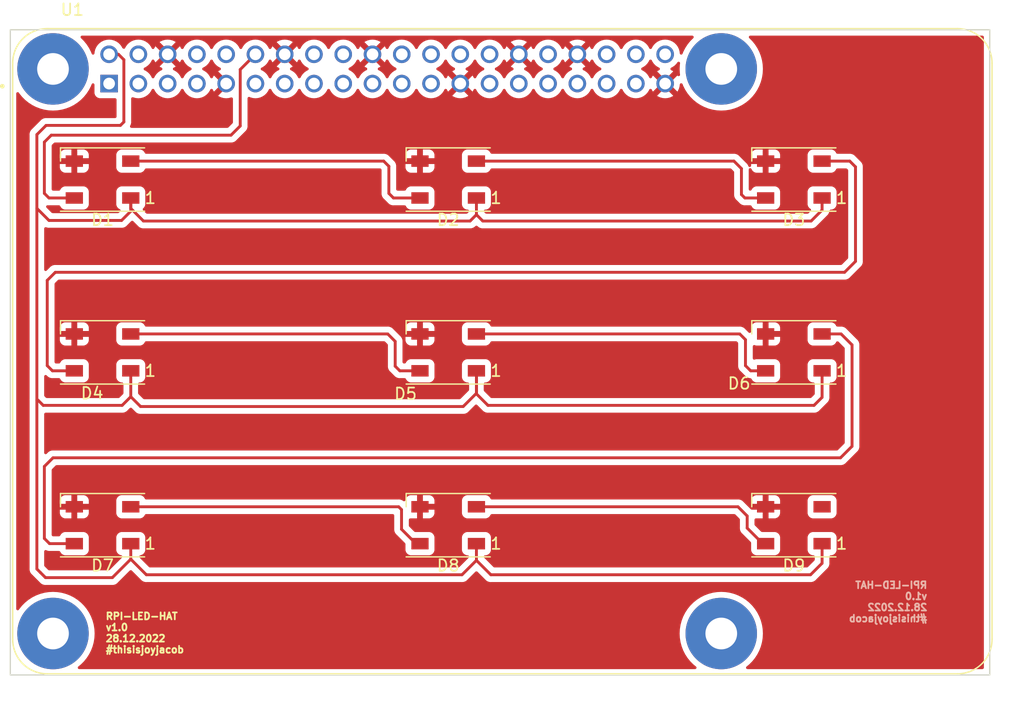
<source format=kicad_pcb>
(kicad_pcb (version 20211014) (generator pcbnew)
  (layers (0 "F.Cu" signal) (31 "B.Cu" signal) (34 "B.Paste" user) (35 "F.Paste" user) (36 "B.SilkS" user "B.Silkscreen") (37 "F.SilkS" user "F.Silkscreen") (38 "B.Mask" user) (39 "F.Mask" user) (44 "Edge.Cuts" user))
  (net 0 "")
  (net 1 "Net-(D1-Pad2)")
  (net 2 "/RGB")
  (net 3 "Net-(D2-Pad2)")
  (net 4 "Net-(D3-Pad2)")
  (net 5 "Net-(D7-Pad2)")
  (net 34 "Net-(U1-PadS1)")
  (net 35 "Net-(D8-Pad2)")
  (net 36 "/GND")
  (net 37 "/3v3")
  (net 38 "Net-(D4-Pad2)")
  (net 39 "Net-(D6-Pad2)")
  (net 40 "Net-(D5-Pad2)")
  (net 41 "Net-(U1-Pad1)")
  (footprint "LED_SMD:LED_WS2812B_PLCC4_5.0x5.0mm_P3.2mm" (layer "F.Cu") (at 108 63 180)
    (fp_text reference "D1" (at 0 -3.5) (layer "F.SilkS"))
    (fp_text value "WS2812B")
    (fp_text user "1" (at -4.15 -1.6) (layer "F.SilkS"))
    (fp_line (start -3.65 2.75) (end 3.65 2.75) (layer "F.SilkS") (width 0.12))
    (fp_line (start -3.65 -2.75) (end 3.65 -2.75) (layer "F.SilkS") (width 0.12))
    (fp_line (start 3.65 2.75) (end 3.65 1.6) (layer "F.SilkS") (width 0.12))
    (pad "1" smd rect (at -2.45 -1.6 180) (size 1.5 1) (layers "F.Cu" "F.Paste" "F.Mask") (net 37 "/3v3"))
    (pad "2" smd rect (at -2.45 1.6 180) (size 1.5 1) (layers "F.Cu" "F.Paste" "F.Mask") (net 1 "Net-(D1-Pad2)"))
    (pad "3" smd rect (at 2.45 1.6 180) (size 1.5 1) (layers "F.Cu" "F.Paste" "F.Mask") (net 36 "/GND"))
    (pad "4" smd rect (at 2.45 -1.6 180) (size 1.5 1) (layers "F.Cu" "F.Paste" "F.Mask") (net 2 "/RGB"))
  )
  (footprint "LED_SMD:LED_WS2812B_PLCC4_5.0x5.0mm_P3.2mm" (layer "F.Cu") (at 138 78 180)
    (fp_text reference "D5" (at 3.7 -3.6) (layer "F.SilkS"))
    (fp_text value "WS2812B")
    (fp_text user "1" (at -4.15 -1.6) (layer "F.SilkS"))
    (fp_line (start 3.65 2.75) (end 3.65 1.6) (layer "F.SilkS") (width 0.12))
    (fp_line (start -3.65 2.75) (end 3.65 2.75) (layer "F.SilkS") (width 0.12))
    (fp_line (start -3.65 -2.75) (end 3.65 -2.75) (layer "F.SilkS") (width 0.12))
    (pad "1" smd rect (at -2.45 -1.6 180) (size 1.5 1) (layers "F.Cu" "F.Paste" "F.Mask") (net 37 "/3v3"))
    (pad "2" smd rect (at -2.45 1.6 180) (size 1.5 1) (layers "F.Cu" "F.Paste" "F.Mask") (net 40 "Net-(D5-Pad2)"))
    (pad "3" smd rect (at 2.45 1.6 180) (size 1.5 1) (layers "F.Cu" "F.Paste" "F.Mask") (net 36 "/GND"))
    (pad "4" smd rect (at 2.45 -1.6 180) (size 1.5 1) (layers "F.Cu" "F.Paste" "F.Mask") (net 38 "Net-(D4-Pad2)"))
  )
  (footprint "MODULE_RASPBERRY_PI_3_MODEL_B+:MODULE_RASPBERRY_PI_3_MODEL_B+" (layer "F.Cu") (at 142.7 77.9)
    (fp_text reference "U1" (at -37.325 -29.635) (layer "F.SilkS"))
    (fp_text value "RASPBERRY_PI_3_MODEL_B+")
    (fp_line (start -39.5 28) (end 39.5 28) (layer "F.SilkS") (width 0.127))
    (fp_line (start -42.5 -25) (end -42.5 25) (layer "F.SilkS") (width 0.127))
    (fp_line (start 39.5 -28) (end -39.5 -28) (layer "F.SilkS") (width 0.127))
    (fp_line (start 42.5 25) (end 42.5 -25) (layer "F.SilkS") (width 0.127))
    (fp_arc (start 42.5 25) (mid 41.62132 27.12132) (end 39.5 28) (layer "F.SilkS") (width 0.127))
    (fp_arc (start -39.5 28) (mid -41.62132 27.12132) (end -42.5 25) (layer "F.SilkS") (width 0.127))
    (fp_arc (start 39.5 -28) (mid 41.62132 -27.12132) (end 42.5 -25) (layer "F.SilkS") (width 0.127))
    (fp_arc (start -42.5 -25) (mid -41.62132 -27.12132) (end -39.5 -28) (layer "F.SilkS") (width 0.127))
    (fp_circle (center -43.4 -23) (end -43.3 -23) (layer "F.SilkS") (width 0.2) (fill none))
    (pad "1" thru_hole rect locked (at -34.13 -23.23) (size 1.524 1.524) (drill 1.016) (layers *.Cu *.Mask) (net 41 "Net-(U1-Pad1)"))
    (pad "2" thru_hole circle locked (at -34.13 -25.77) (size 1.524 1.524) (drill 1.016) (layers *.Cu *.Mask) (net 37 "/3v3"))
    (pad "3" thru_hole circle locked (at -31.59 -23.23) (size 1.524 1.524) (drill 1.016) (layers *.Cu *.Mask))
    (pad "4" thru_hole circle locked (at -31.59 -25.77) (size 1.524 1.524) (drill 1.016) (layers *.Cu *.Mask) (net 37 "/3v3"))
    (pad "5" thru_hole circle locked (at -29.05 -23.23) (size 1.524 1.524) (drill 1.016) (layers *.Cu *.Mask))
    (pad "6" thru_hole circle locked (at -29.05 -25.77) (size 1.524 1.524) (drill 1.016) (layers *.Cu *.Mask) (net 36 "/GND"))
    (pad "7" thru_hole circle locked (at -26.51 -23.23) (size 1.524 1.524) (drill 1.016) (layers *.Cu *.Mask))
    (pad "8" thru_hole circle locked (at -26.51 -25.77) (size 1.524 1.524) (drill 1.016) (layers *.Cu *.Mask))
    (pad "9" thru_hole circle locked (at -23.97 -23.23) (size 1.524 1.524) (drill 1.016) (layers *.Cu *.Mask) (net 36 "/GND"))
    (pad "10" thru_hole circle locked (at -23.97 -25.77) (size 1.524 1.524) (drill 1.016) (layers *.Cu *.Mask))
    (pad "11" thru_hole circle locked (at -21.43 -23.23) (size 1.524 1.524) (drill 1.016) (layers *.Cu *.Mask))
    (pad "12" thru_hole circle locked (at -21.43 -25.77) (size 1.524 1.524) (drill 1.016) (layers *.Cu *.Mask) (net 2 "/RGB"))
    (pad "13" thru_hole circle locked (at -18.89 -23.23) (size 1.524 1.524) (drill 1.016) (layers *.Cu *.Mask))
    (pad "14" thru_hole circle locked (at -18.89 -25.77) (size 1.524 1.524) (drill 1.016) (layers *.Cu *.Mask) (net 36 "/GND"))
    (pad "15" thru_hole circle locked (at -16.35 -23.23) (size 1.524 1.524) (drill 1.016) (layers *.Cu *.Mask))
    (pad "16" thru_hole circle locked (at -16.35 -25.77) (size 1.524 1.524) (drill 1.016) (layers *.Cu *.Mask))
    (pad "17" thru_hole circle locked (at -13.81 -23.23) (size 1.524 1.524) (drill 1.016) (layers *.Cu *.Mask) (net 41 "Net-(U1-Pad1)"))
    (pad "18" thru_hole circle locked (at -13.81 -25.77) (size 1.524 1.524) (drill 1.016) (layers *.Cu *.Mask))
    (pad "19" thru_hole circle locked (at -11.27 -23.23) (size 1.524 1.524) (drill 1.016) (layers *.Cu *.Mask))
    (pad "20" thru_hole circle locked (at -11.27 -25.77) (size 1.524 1.524) (drill 1.016) (layers *.Cu *.Mask) (net 36 "/GND"))
    (pad "21" thru_hole circle locked (at -8.73 -23.23) (size 1.524 1.524) (drill 1.016) (layers *.Cu *.Mask))
    (pad "22" thru_hole circle locked (at -8.73 -25.77) (size 1.524 1.524) (drill 1.016) (layers *.Cu *.Mask))
    (pad "23" thru_hole circle locked (at -6.19 -23.23) (size 1.524 1.524) (drill 1.016) (layers *.Cu *.Mask))
    (pad "24" thru_hole circle locked (at -6.19 -25.77) (size 1.524 1.524) (drill 1.016) (layers *.Cu *.Mask))
    (pad "25" thru_hole circle locked (at -3.65 -23.23) (size 1.524 1.524) (drill 1.016) (layers *.Cu *.Mask) (net 36 "/GND"))
    (pad "26" thru_hole circle locked (at -3.65 -25.77) (size 1.524 1.524) (drill 1.016) (layers *.Cu *.Mask))
    (pad "27" thru_hole circle locked (at -1.11 -23.23) (size 1.524 1.524) (drill 1.016) (layers *.Cu *.Mask))
    (pad "28" thru_hole circle locked (at -1.11 -25.77) (size 1.524 1.524) (drill 1.016) (layers *.Cu *.Mask))
    (pad "29" thru_hole circle locked (at 1.43 -23.23) (size 1.524 1.524) (drill 1.016) (layers *.Cu *.Mask))
    (pad "30" thru_hole circle locked (at 1.43 -25.77) (size 1.524 1.524) (drill 1.016) (layers *.Cu *.Mask) (net 36 "/GND"))
    (pad "31" thru_hole circle locked (at 3.97 -23.23) (size 1.524 1.524) (drill 1.016) (layers *.Cu *.Mask))
    (pad "32" thru_hole circle locked (at 3.97 -25.77) (size 1.524 1.524) (drill 1.016) (layers *.Cu *.Mask))
    (pad "33" thru_hole circle locked (at 6.51 -23.23) (size 1.524 1.524) (drill 1.016) (layers *.Cu *.Mask))
    (pad "34" thru_hole circle locked (at 6.51 -25.77) (size 1.524 1.524) (drill 1.016) (layers *.Cu *.Mask) (net 36 "/GND"))
    (pad "35" thru_hole circle locked (at 9.05 -23.23) (size 1.524 1.524) (drill 1.016) (layers *.Cu *.Mask))
    (pad "36" thru_hole circle locked (at 9.05 -25.77) (size 1.524 1.524) (drill 1.016) (layers *.Cu *.Mask))
    (pad "37" thru_hole circle locked (at 11.59 -23.23) (size 1.524 1.524) (drill 1.016) (layers *.Cu *.Mask))
    (pad "38" thru_hole circle locked (at 11.59 -25.77) (size 1.524 1.524) (drill 1.016) (layers *.Cu *.Mask))
    (pad "39" thru_hole circle locked (at 14.13 -23.23) (size 1.524 1.524) (drill 1.016) (layers *.Cu *.Mask) (net 36 "/GND"))
    (pad "40" thru_hole circle locked (at 14.13 -25.77) (size 1.524 1.524) (drill 1.016) (layers *.Cu *.Mask))
    (pad "S1" thru_hole circle locked (at -39 -24.5) (size 6.2 6.2) (drill 2.75) (layers *.Cu *.Mask) (net 34 "Net-(U1-PadS1)"))
    (pad "S2" thru_hole circle locked (at 19 -24.5) (size 6.2 6.2) (drill 2.75) (layers *.Cu *.Mask) (net 34 "Net-(U1-PadS1)"))
    (pad "S3" thru_hole circle locked (at 19 24.5) (size 6.2 6.2) (drill 2.75) (layers *.Cu *.Mask) (net 34 "Net-(U1-PadS1)"))
    (pad "S4" thru_hole circle locked (at -39 24.5) (size 6.2 6.2) (drill 2.75) (layers *.Cu *.Mask) (net 34 "Net-(U1-PadS1)"))
  )
  (footprint "LED_SMD:LED_WS2812B_PLCC4_5.0x5.0mm_P3.2mm" (layer "F.Cu") (at 168 78 180)
    (fp_text reference "D6" (at 4.75 -2.7) (layer "F.SilkS"))
    (fp_text value "WS2812B")
    (fp_text user "1" (at -4.15 -1.6) (layer "F.SilkS"))
    (fp_line (start -3.65 -2.75) (end 3.65 -2.75) (layer "F.SilkS") (width 0.12))
    (fp_line (start -3.65 2.75) (end 3.65 2.75) (layer "F.SilkS") (width 0.12))
    (fp_line (start 3.65 2.75) (end 3.65 1.6) (layer "F.SilkS") (width 0.12))
    (pad "1" smd rect (at -2.45 -1.6 180) (size 1.5 1) (layers "F.Cu" "F.Paste" "F.Mask") (net 37 "/3v3"))
    (pad "2" smd rect (at -2.45 1.6 180) (size 1.5 1) (layers "F.Cu" "F.Paste" "F.Mask") (net 39 "Net-(D6-Pad2)"))
    (pad "3" smd rect (at 2.45 1.6 180) (size 1.5 1) (layers "F.Cu" "F.Paste" "F.Mask") (net 36 "/GND"))
    (pad "4" smd rect (at 2.45 -1.6 180) (size 1.5 1) (layers "F.Cu" "F.Paste" "F.Mask") (net 40 "Net-(D5-Pad2)"))
  )
  (footprint "LED_SMD:LED_WS2812B_PLCC4_5.0x5.0mm_P3.2mm" (layer "F.Cu") (at 168 93 180)
    (fp_text reference "D9" (at 0 -3.5) (layer "F.SilkS"))
    (fp_text value "WS2812B")
    (fp_text user "1" (at -4.15 -1.6) (layer "F.SilkS"))
    (fp_line (start -3.65 2.75) (end 3.65 2.75) (layer "F.SilkS") (width 0.12))
    (fp_line (start 3.65 2.75) (end 3.65 1.6) (layer "F.SilkS") (width 0.12))
    (fp_line (start -3.65 -2.75) (end 3.65 -2.75) (layer "F.SilkS") (width 0.12))
    (pad "1" smd rect (at -2.45 -1.6 180) (size 1.5 1) (layers "F.Cu" "F.Paste" "F.Mask") (net 37 "/3v3"))
    (pad "2" smd rect (at -2.45 1.6 180) (size 1.5 1) (layers "F.Cu" "F.Paste" "F.Mask"))
    (pad "3" smd rect (at 2.45 1.6 180) (size 1.5 1) (layers "F.Cu" "F.Paste" "F.Mask") (net 36 "/GND"))
    (pad "4" smd rect (at 2.45 -1.6 180) (size 1.5 1) (layers "F.Cu" "F.Paste" "F.Mask") (net 35 "Net-(D8-Pad2)"))
  )
  (footprint "LED_SMD:LED_WS2812B_PLCC4_5.0x5.0mm_P3.2mm" (layer "F.Cu") (at 168 63 180)
    (fp_text reference "D3" (at 0 -3.5) (layer "F.SilkS"))
    (fp_text value "WS2812B")
    (fp_text user "1" (at -4.15 -1.6) (layer "F.SilkS"))
    (fp_line (start -3.65 2.75) (end 3.65 2.75) (layer "F.SilkS") (width 0.12))
    (fp_line (start -3.65 -2.75) (end 3.65 -2.75) (layer "F.SilkS") (width 0.12))
    (fp_line (start 3.65 2.75) (end 3.65 1.6) (layer "F.SilkS") (width 0.12))
    (pad "1" smd rect (at -2.45 -1.6 180) (size 1.5 1) (layers "F.Cu" "F.Paste" "F.Mask") (net 37 "/3v3"))
    (pad "2" smd rect (at -2.45 1.6 180) (size 1.5 1) (layers "F.Cu" "F.Paste" "F.Mask") (net 4 "Net-(D3-Pad2)"))
    (pad "3" smd rect (at 2.45 1.6 180) (size 1.5 1) (layers "F.Cu" "F.Paste" "F.Mask") (net 36 "/GND"))
    (pad "4" smd rect (at 2.45 -1.6 180) (size 1.5 1) (layers "F.Cu" "F.Paste" "F.Mask") (net 3 "Net-(D2-Pad2)"))
  )
  (footprint "LED_SMD:LED_WS2812B_PLCC4_5.0x5.0mm_P3.2mm" (layer "F.Cu") (at 138 63 180)
    (fp_text reference "D2" (at 0 -3.5) (layer "F.SilkS"))
    (fp_text value "WS2812B")
    (fp_text user "1" (at -4.15 -1.6) (layer "F.SilkS"))
    (fp_line (start 3.65 2.75) (end 3.65 1.6) (layer "F.SilkS") (width 0.12))
    (fp_line (start -3.65 -2.75) (end 3.65 -2.75) (layer "F.SilkS") (width 0.12))
    (fp_line (start -3.65 2.75) (end 3.65 2.75) (layer "F.SilkS") (width 0.12))
    (pad "1" smd rect (at -2.45 -1.6 180) (size 1.5 1) (layers "F.Cu" "F.Paste" "F.Mask") (net 37 "/3v3"))
    (pad "2" smd rect (at -2.45 1.6 180) (size 1.5 1) (layers "F.Cu" "F.Paste" "F.Mask") (net 3 "Net-(D2-Pad2)"))
    (pad "3" smd rect (at 2.45 1.6 180) (size 1.5 1) (layers "F.Cu" "F.Paste" "F.Mask") (net 36 "/GND"))
    (pad "4" smd rect (at 2.45 -1.6 180) (size 1.5 1) (layers "F.Cu" "F.Paste" "F.Mask") (net 1 "Net-(D1-Pad2)"))
  )
  (footprint "LED_SMD:LED_WS2812B_PLCC4_5.0x5.0mm_P3.2mm" (layer "F.Cu") (at 108 78 180)
    (fp_text reference "D4" (at 0.9 -3.55) (layer "F.SilkS"))
    (fp_text value "WS2812B")
    (fp_text user "1" (at -4.15 -1.6) (layer "F.SilkS"))
    (fp_line (start -3.65 2.75) (end 3.65 2.75) (layer "F.SilkS") (width 0.12))
    (fp_line (start 3.65 2.75) (end 3.65 1.6) (layer "F.SilkS") (width 0.12))
    (fp_line (start -3.65 -2.75) (end 3.65 -2.75) (layer "F.SilkS") (width 0.12))
    (pad "1" smd rect (at -2.45 -1.6 180) (size 1.5 1) (layers "F.Cu" "F.Paste" "F.Mask") (net 37 "/3v3"))
    (pad "2" smd rect (at -2.45 1.6 180) (size 1.5 1) (layers "F.Cu" "F.Paste" "F.Mask") (net 38 "Net-(D4-Pad2)"))
    (pad "3" smd rect (at 2.45 1.6 180) (size 1.5 1) (layers "F.Cu" "F.Paste" "F.Mask") (net 36 "/GND"))
    (pad "4" smd rect (at 2.45 -1.6 180) (size 1.5 1) (layers "F.Cu" "F.Paste" "F.Mask") (net 4 "Net-(D3-Pad2)"))
  )
  (footprint "LED_SMD:LED_WS2812B_PLCC4_5.0x5.0mm_P3.2mm" (layer "F.Cu") (at 108 93 180)
    (fp_text reference "D7" (at 0 -3.5) (layer "F.SilkS"))
    (fp_text value "WS2812B")
    (fp_text user "1" (at -4.15 -1.6) (layer "F.SilkS"))
    (fp_line (start -3.65 -2.75) (end 3.65 -2.75) (layer "F.SilkS") (width 0.12))
    (fp_line (start 3.65 2.75) (end 3.65 1.6) (layer "F.SilkS") (width 0.12))
    (fp_line (start -3.65 2.75) (end 3.65 2.75) (layer "F.SilkS") (width 0.12))
    (pad "1" smd rect (at -2.45 -1.6 180) (size 1.5 1) (layers "F.Cu" "F.Paste" "F.Mask") (net 37 "/3v3"))
    (pad "2" smd rect (at -2.45 1.6 180) (size 1.5 1) (layers "F.Cu" "F.Paste" "F.Mask") (net 5 "Net-(D7-Pad2)"))
    (pad "3" smd rect (at 2.45 1.6 180) (size 1.5 1) (layers "F.Cu" "F.Paste" "F.Mask") (net 36 "/GND"))
    (pad "4" smd rect (at 2.45 -1.6 180) (size 1.5 1) (layers "F.Cu" "F.Paste" "F.Mask") (net 39 "Net-(D6-Pad2)"))
  )
  (footprint "LED_SMD:LED_WS2812B_PLCC4_5.0x5.0mm_P3.2mm" (layer "F.Cu") (at 138 93 180)
    (fp_text reference "D8" (at 0 -3.5) (layer "F.SilkS"))
    (fp_text value "WS2812B")
    (fp_text user "1" (at -4.15 -1.6) (layer "F.SilkS"))
    (fp_line (start -3.65 -2.75) (end 3.65 -2.75) (layer "F.SilkS") (width 0.12))
    (fp_line (start -3.65 2.75) (end 3.65 2.75) (layer "F.SilkS") (width 0.12))
    (fp_line (start 3.65 2.75) (end 3.65 1.6) (layer "F.SilkS") (width 0.12))
    (pad "1" smd rect (at -2.45 -1.6 180) (size 1.5 1) (layers "F.Cu" "F.Paste" "F.Mask") (net 37 "/3v3"))
    (pad "2" smd rect (at -2.45 1.6 180) (size 1.5 1) (layers "F.Cu" "F.Paste" "F.Mask") (net 35 "Net-(D8-Pad2)"))
    (pad "3" smd rect (at 2.45 1.6 180) (size 1.5 1) (layers "F.Cu" "F.Paste" "F.Mask") (net 36 "/GND"))
    (pad "4" smd rect (at 2.45 -1.6 180) (size 1.5 1) (layers "F.Cu" "F.Paste" "F.Mask") (net 5 "Net-(D7-Pad2)"))
  )
  (gr_rect (start 100 50) (end 185 106) (layer "F.SilkS") (width 0.1) (fill none))
  (gr_rect (start 100 50) (end 185 106) (layer "Edge.Cuts") (width 0.1) (fill none))
  (gr_text "RPI-LED-HAT\nv1.0\n28.12.2022\n#thisisjoyjacob" (at 179.65 99.65) (layer "B.SilkS") (effects (font (size 0.6 0.6)) (justify left mirror)))
  (gr_text "RPI-LED-HAT\nv1.0\n28.12.2022\n#thisisjoyjacob" (at 108.2 102.35) (layer "F.SilkS") (effects (font (size 0.6 0.6)) (justify left)))
  (segment (start 132.85 64.2) (end 133.25 64.6) (width 0.25) (layer "F.Cu") (net 1))
  (segment (start 132.4 61.4) (end 132.85 61.85) (width 0.25) (layer "F.Cu") (net 1))
  (segment (start 133.25 64.6) (end 135.55 64.6) (width 0.25) (layer "F.Cu") (net 1))
  (segment (start 110.45 61.4) (end 132.4 61.4) (width 0.25) (layer "F.Cu") (net 1))
  (segment (start 132.85 61.85) (end 132.85 64.2) (width 0.25) (layer "F.Cu") (net 1))
  (segment (start 119.15 59.15) (end 103.55 59.15) (width 0.25) (layer "F.Cu") (net 2))
  (segment (start 102.95 64.2) (end 103.35 64.6) (width 0.25) (layer "F.Cu") (net 2))
  (segment (start 103.55 59.15) (end 102.95 59.75) (width 0.25) (layer "F.Cu") (net 2))
  (segment (start 103.35 64.6) (end 105.55 64.6) (width 0.25) (layer "F.Cu") (net 2))
  (segment (start 119.95 53.45) (end 119.95 58.35) (width 0.25) (layer "F.Cu") (net 2))
  (segment (start 102.95 59.75) (end 102.95 64.2) (width 0.25) (layer "F.Cu") (net 2))
  (segment (start 121.27 52.13) (end 119.95 53.45) (width 0.25) (layer "F.Cu") (net 2))
  (segment (start 119.95 58.35) (end 119.15 59.15) (width 0.25) (layer "F.Cu") (net 2))
  (segment (start 162.8 61.4) (end 163.45 62.05) (width 0.25) (layer "F.Cu") (net 3))
  (segment (start 163.75 64.6) (end 165.55 64.6) (width 0.25) (layer "F.Cu") (net 3))
  (segment (start 140.45 61.4) (end 162.8 61.4) (width 0.25) (layer "F.Cu") (net 3))
  (segment (start 163.45 62.05) (end 163.45 64.3) (width 0.25) (layer "F.Cu") (net 3))
  (segment (start 163.45 64.3) (end 163.75 64.6) (width 0.25) (layer "F.Cu") (net 3))
  (segment (start 170.45 61.4) (end 172.85 61.4) (width 0.25) (layer "F.Cu") (net 4))
  (segment (start 172.4 71.05) (end 103.9 71.05) (width 0.25) (layer "F.Cu") (net 4))
  (segment (start 173.35 70.1) (end 172.4 71.05) (width 0.25) (layer "F.Cu") (net 4))
  (segment (start 103.2 71.75) (end 103.2 79.15) (width 0.25) (layer "F.Cu") (net 4))
  (segment (start 103.2 79.15) (end 103.65 79.6) (width 0.25) (layer "F.Cu") (net 4))
  (segment (start 173.35 61.9) (end 173.35 70.1) (width 0.25) (layer "F.Cu") (net 4))
  (segment (start 172.85 61.4) (end 173.35 61.9) (width 0.25) (layer "F.Cu") (net 4))
  (segment (start 103.65 79.6) (end 105.55 79.6) (width 0.25) (layer "F.Cu") (net 4))
  (segment (start 103.9 71.05) (end 103.2 71.75) (width 0.25) (layer "F.Cu") (net 4))
  (segment (start 133.95 93.35) (end 135.2 94.6) (width 0.25) (layer "F.Cu") (net 5))
  (segment (start 135.2 94.6) (end 135.55 94.6) (width 0.25) (layer "F.Cu") (net 5))
  (segment (start 133.7 91.4) (end 133.95 91.65) (width 0.25) (layer "F.Cu") (net 5))
  (segment (start 133.95 91.65) (end 133.95 93.35) (width 0.25) (layer "F.Cu") (net 5))
  (segment (start 110.45 91.4) (end 133.7 91.4) (width 0.25) (layer "F.Cu") (net 5))
  (segment (start 163.15 91.4) (end 163.95 92.2) (width 0.25) (layer "F.Cu") (net 35))
  (segment (start 163.95 92.2) (end 163.95 93.25) (width 0.25) (layer "F.Cu") (net 35))
  (segment (start 140.45 91.4) (end 163.15 91.4) (width 0.25) (layer "F.Cu") (net 35))
  (segment (start 165.3 94.6) (end 165.55 94.6) (width 0.25) (layer "F.Cu") (net 35))
  (segment (start 163.95 93.25) (end 165.3 94.6) (width 0.25) (layer "F.Cu") (net 35))
  (segment (start 170.45 65.65) (end 169.5 66.6) (width 0.25) (layer "F.Cu") (net 37))
  (segment (start 103.05 97.55) (end 108.85 97.55) (width 0.25) (layer "F.Cu") (net 37))
  (segment (start 139.9 66.6) (end 111.55 66.6) (width 0.25) (layer "F.Cu") (net 37))
  (segment (start 140.45 81.55) (end 139.3 82.7) (width 0.25) (layer "F.Cu") (net 37))
  (segment (start 108.85 97.55) (end 110.45 95.95) (width 0.25) (layer "F.Cu") (net 37))
  (segment (start 141.45 82.6) (end 140.45 81.6) (width 0.25) (layer "F.Cu") (net 37))
  (segment (start 103.1 58.3) (end 109.55 58.3) (width 0.25) (layer "F.Cu") (net 37))
  (segment (start 110.45 81.85) (end 110.45 79.6) (width 0.25) (layer "F.Cu") (net 37))
  (segment (start 110.45 65.5) (end 110.45 64.6) (width 0.25) (layer "F.Cu") (net 37))
  (segment (start 169.5 66.6) (end 141 66.6) (width 0.25) (layer "F.Cu") (net 37))
  (segment (start 109.7 82.6) (end 110.45 81.85) (width 0.25) (layer "F.Cu") (net 37))
  (segment (start 170.45 64.6) (end 170.45 65.65) (width 0.25) (layer "F.Cu") (net 37))
  (segment (start 140.45 81.6) (end 140.45 79.6) (width 0.25) (layer "F.Cu") (net 37))
  (segment (start 109.38 52.13) (end 108.57 52.13) (width 0.25) (layer "F.Cu") (net 37))
  (segment (start 170.45 79.6) (end 170.45 81.9) (width 0.25) (layer "F.Cu") (net 37))
  (segment (start 109.65 66.55) (end 110.45 65.75) (width 0.25) (layer "F.Cu") (net 37))
  (segment (start 110.45 95.95) (end 110.45 94.6) (width 0.25) (layer "F.Cu") (net 37))
  (segment (start 102.3 65.5) (end 102.3 82.15) (width 0.25) (layer "F.Cu") (net 37))
  (segment (start 102.3 65.5) (end 102.3 59.1) (width 0.25) (layer "F.Cu") (net 37))
  (segment (start 140.45 66.05) (end 139.9 66.6) (width 0.25) (layer "F.Cu") (net 37))
  (segment (start 169.75 82.6) (end 141.45 82.6) (width 0.25) (layer "F.Cu") (net 37))
  (segment (start 111.3 82.7) (end 110.45 81.85) (width 0.25) (layer "F.Cu") (net 37))
  (segment (start 103.35 66.55) (end 109.65 66.55) (width 0.25) (layer "F.Cu") (net 37))
  (segment (start 140.45 64.6) (end 140.45 66.05) (width 0.25) (layer "F.Cu") (net 37))
  (segment (start 170.45 94.6) (end 170.45 96.3) (width 0.25) (layer "F.Cu") (net 37))
  (segment (start 102.6 97.1) (end 103.05 97.55) (width 0.25) (layer "F.Cu") (net 37))
  (segment (start 109.85 52.6) (end 109.38 52.13) (width 0.25) (layer "F.Cu") (net 37))
  (segment (start 170.45 96.3) (end 169.45 97.3) (width 0.25) (layer "F.Cu") (net 37))
  (segment (start 140.45 79.6) (end 140.45 81.55) (width 0.25) (layer "F.Cu") (net 37))
  (segment (start 102.3 82.15) (end 102.3 96.8) (width 0.25) (layer "F.Cu") (net 37))
  (segment (start 109.85 58) (end 109.85 52.6) (width 0.25) (layer "F.Cu") (net 37))
  (segment (start 109.55 58.3) (end 109.85 58) (width 0.25) (layer "F.Cu") (net 37))
  (segment (start 169.45 97.3) (end 141.7 97.3) (width 0.25) (layer "F.Cu") (net 37))
  (segment (start 170.45 81.9) (end 169.75 82.6) (width 0.25) (layer "F.Cu") (net 37))
  (segment (start 102.4 82.15) (end 102.85 82.6) (width 0.25) (layer "F.Cu") (net 37))
  (segment (start 102.3 65.5) (end 103.35 66.55) (width 0.25) (layer "F.Cu") (net 37))
  (segment (start 141 66.6) (end 140.45 66.05) (width 0.25) (layer "F.Cu") (net 37))
  (segment (start 102.85 82.6) (end 109.7 82.6) (width 0.25) (layer "F.Cu") (net 37))
  (segment (start 139.3 82.7) (end 111.3 82.7) (width 0.25) (layer "F.Cu") (net 37))
  (segment (start 111.8 97.3) (end 110.45 95.95) (width 0.25) (layer "F.Cu") (net 37))
  (segment (start 140.45 94.6) (end 140.45 96.05) (width 0.25) (layer "F.Cu") (net 37))
  (segment (start 111.55 66.6) (end 110.45 65.5) (width 0.25) (layer "F.Cu") (net 37))
  (segment (start 141.7 97.3) (end 140.45 96.05) (width 0.25) (layer "F.Cu") (net 37))
  (segment (start 102.3 59.1) (end 103.1 58.3) (width 0.25) (layer "F.Cu") (net 37))
  (segment (start 110.45 65.75) (end 110.45 64.6) (width 0.25) (layer "F.Cu") (net 37))
  (segment (start 139.2 97.3) (end 111.8 97.3) (width 0.25) (layer "F.Cu") (net 37))
  (segment (start 140.45 96.05) (end 139.2 97.3) (width 0.25) (layer "F.Cu") (net 37))
  (segment (start 102.3 96.8) (end 102.6 97.1) (width 0.25) (layer "F.Cu") (net 37))
  (segment (start 102.3 82.15) (end 102.4 82.15) (width 0.25) (layer "F.Cu") (net 37))
  (segment (start 133.8 79.6) (end 135.55 79.6) (width 0.25) (layer "F.Cu") (net 38))
  (segment (start 133.4 77.05) (end 133.4 79.2) (width 0.25) (layer "F.Cu") (net 38))
  (segment (start 133.4 79.2) (end 133.8 79.6) (width 0.25) (layer "F.Cu") (net 38))
  (segment (start 132.75 76.4) (end 133.4 77.05) (width 0.25) (layer "F.Cu") (net 38))
  (segment (start 110.45 76.4) (end 132.75 76.4) (width 0.25) (layer "F.Cu") (net 38))
  (segment (start 172.05 87.15) (end 103.7 87.15) (width 0.25) (layer "F.Cu") (net 39))
  (segment (start 103.4 94.6) (end 105.55 94.6) (width 0.25) (layer "F.Cu") (net 39))
  (segment (start 103.7 87.15) (end 102.95 87.9) (width 0.25) (layer "F.Cu") (net 39))
  (segment (start 173.05 86.15) (end 172.05 87.15) (width 0.25) (layer "F.Cu") (net 39))
  (segment (start 172.1 76.4) (end 173.05 77.35) (width 0.25) (layer "F.Cu") (net 39))
  (segment (start 173.05 77.35) (end 173.05 86.15) (width 0.25) (layer "F.Cu") (net 39))
  (segment (start 102.95 94.15) (end 103.4 94.6) (width 0.25) (layer "F.Cu") (net 39))
  (segment (start 170.45 76.4) (end 172.1 76.4) (width 0.25) (layer "F.Cu") (net 39))
  (segment (start 102.95 87.9) (end 102.95 94.15) (width 0.25) (layer "F.Cu") (net 39))
  (segment (start 140.45 76.4) (end 163.3 76.4) (width 0.25) (layer "F.Cu") (net 40))
  (segment (start 163.3 76.4) (end 163.8 76.9) (width 0.25) (layer "F.Cu") (net 40))
  (segment (start 163.8 79.15) (end 164.25 79.6) (width 0.25) (layer "F.Cu") (net 40))
  (segment (start 164.25 79.6) (end 165.55 79.6) (width 0.25) (layer "F.Cu") (net 40))
  (segment (start 163.8 76.9) (end 163.8 79.15) (width 0.25) (layer "F.Cu") (net 40))
  (zone (net 36) (net_name "/GND") (layer "F.Cu") (connect_pads (clearance 0.508)) (min_thickness 0.254) (fill yes (thermal_gap 0.508) (thermal_bridge_width 0.508))
    (polygon (pts (xy 185.05 49.85) (xy 185.2 105.95) (xy 100 106.1) (xy 100.05 49.8)))
  )
)
</source>
